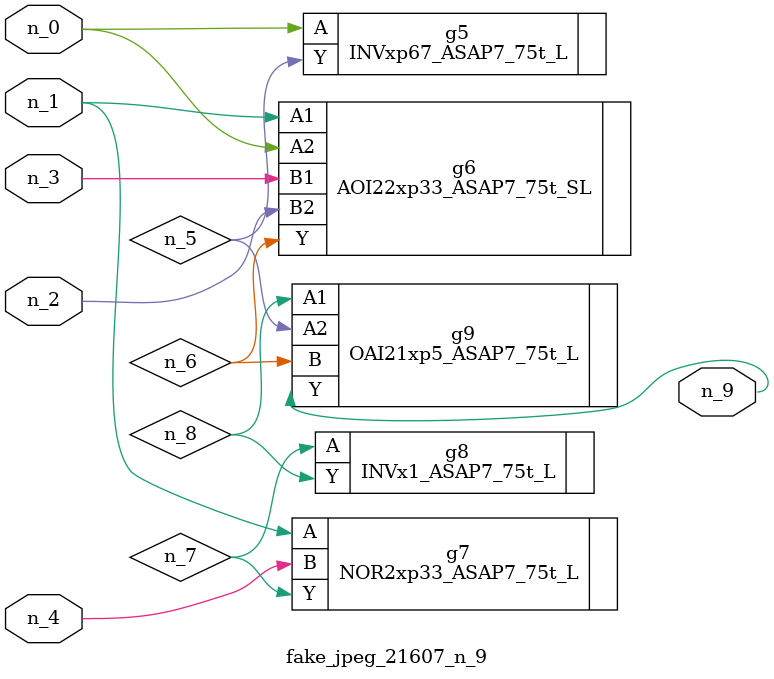
<source format=v>
module fake_jpeg_21607_n_9 (n_3, n_2, n_1, n_0, n_4, n_9);

input n_3;
input n_2;
input n_1;
input n_0;
input n_4;

output n_9;

wire n_8;
wire n_6;
wire n_5;
wire n_7;

INVxp67_ASAP7_75t_L g5 ( 
.A(n_0),
.Y(n_5)
);

AOI22xp33_ASAP7_75t_SL g6 ( 
.A1(n_1),
.A2(n_0),
.B1(n_3),
.B2(n_2),
.Y(n_6)
);

NOR2xp33_ASAP7_75t_L g7 ( 
.A(n_1),
.B(n_4),
.Y(n_7)
);

INVx1_ASAP7_75t_L g8 ( 
.A(n_7),
.Y(n_8)
);

OAI21xp5_ASAP7_75t_L g9 ( 
.A1(n_8),
.A2(n_5),
.B(n_6),
.Y(n_9)
);


endmodule
</source>
